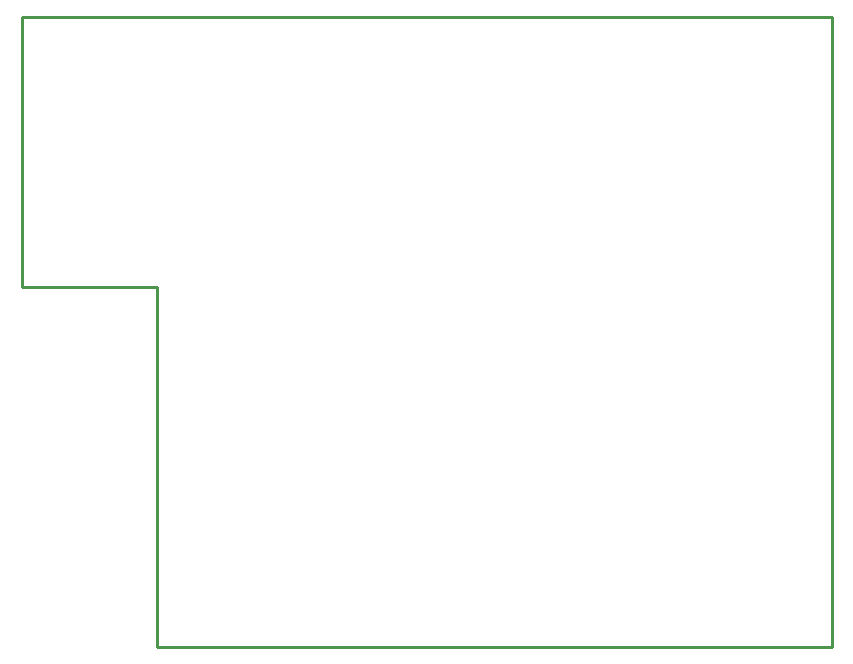
<source format=gbr>
G04 EAGLE Gerber RS-274X export*
G75*
%MOMM*%
%FSLAX34Y34*%
%LPD*%
%IN*%
%IPPOS*%
%AMOC8*
5,1,8,0,0,1.08239X$1,22.5*%
G01*
%ADD10C,0.254000*%


D10*
X546100Y304800D02*
X660400Y304800D01*
X660400Y0D01*
X1231900Y0D01*
X1231900Y533400D01*
X546100Y533400D01*
X546100Y304800D01*
M02*

</source>
